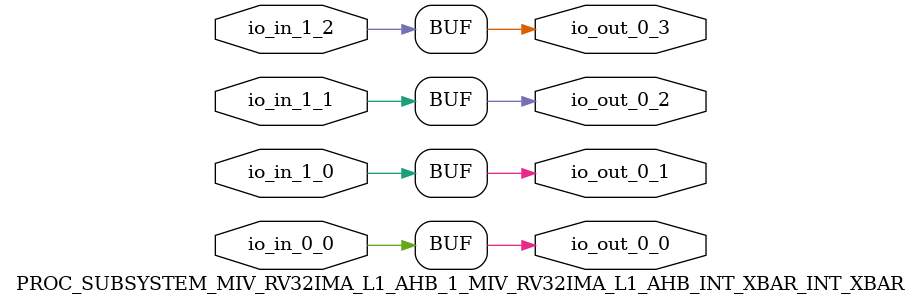
<source format=v>
`define RANDOMIZE
`timescale 1ns/10ps
module PROC_SUBSYSTEM_MIV_RV32IMA_L1_AHB_1_MIV_RV32IMA_L1_AHB_INT_XBAR_INT_XBAR(
  input   io_in_1_0,
  input   io_in_1_1,
  input   io_in_1_2,
  input   io_in_0_0,
  output  io_out_0_0,
  output  io_out_0_1,
  output  io_out_0_2,
  output  io_out_0_3
);
  assign io_out_0_0 = io_in_0_0;
  assign io_out_0_1 = io_in_1_0;
  assign io_out_0_2 = io_in_1_1;
  assign io_out_0_3 = io_in_1_2;
endmodule

</source>
